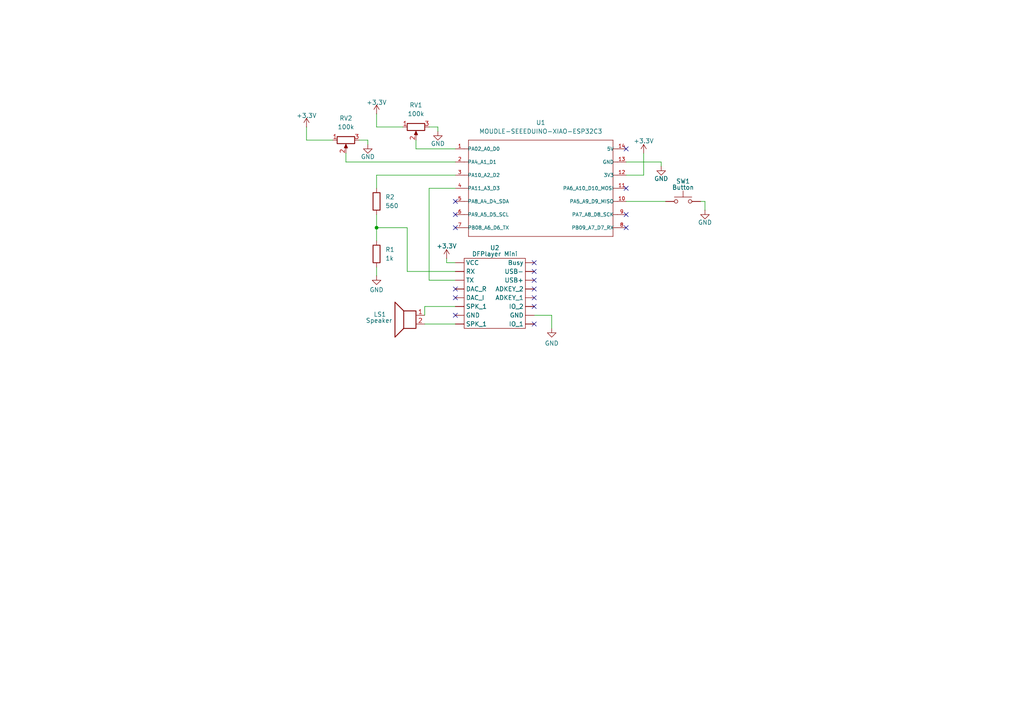
<source format=kicad_sch>
(kicad_sch (version 20231120) (generator "eeschema") (generator_version "8.0")
  (paper "A4")
  (lib_symbols
    (symbol "Device:R" (pin_numbers hide) (pin_names (offset 0))
      (property "Reference" "R" (at 2.032 0 90))
      (property "Value" "R" (at 0 0 90))
      (symbol "R_0_1"
        (rectangle (start -1.016 -2.54) (end 1.016 2.54) (stroke (width 0.254)))
      )
      (symbol "R_1_1"
        (pin passive line (at 0 3.81 270) (length 1.27) (name "~") (number "1"))
        (pin passive line (at 0 -3.81 90) (length 1.27) (name "~") (number "2"))
      )
    )
    (symbol "Device:R_Potentiometer" (pin_names (offset 1.016) hide)
      (property "Reference" "RV" (at -4.445 0 90))
      (property "Value" "R_Potentiometer" (at -2.54 0 90))
      (symbol "R_Potentiometer_0_1"
        (polyline (pts (xy 2.54 0) (xy 1.524 0)))
        (polyline (pts (xy 1.143 0) (xy 2.286 0.508) (xy 2.286 -0.508) (xy 1.143 0)) (fill (type outline)))
        (rectangle (start 1.016 2.54) (end -1.016 -2.54) (stroke (width 0.254)))
      )
      (symbol "R_Potentiometer_1_1"
        (pin passive line (at 0 3.81 270) (length 1.27) (name "1") (number "1"))
        (pin passive line (at 3.81 0 180) (length 1.27) (name "2") (number "2"))
        (pin passive line (at 0 -3.81 90) (length 1.27) (name "3") (number "3"))
      )
    )
    (symbol "Device:Speaker" (pin_names (offset 0) hide)
      (property "Reference" "LS" (at 1.27 5.715 0))
      (property "Value" "Speaker" (at 1.27 3.81 0))
      (symbol "Speaker_0_0"
        (rectangle (start -2.54 1.27) (end 1.016 -3.81) (stroke (width 0.254)))
        (polyline (pts (xy 1.016 1.27) (xy 3.556 3.81) (xy 3.556 -6.35) (xy 1.016 -3.81)) (stroke (width 0.254)))
      )
      (symbol "Speaker_1_1"
        (pin input line (at -5.08 0 0) (length 2.54) (name "1") (number "1"))
        (pin input line (at -5.08 -2.54 0) (length 2.54) (name "2") (number "2"))
      )
    )
    (symbol "Switch:SW_Push" (pin_numbers hide) (pin_names (offset 1.016) hide)
      (property "Reference" "SW" (at 1.27 2.54 0))
      (property "Value" "SW_Push" (at 0 -1.524 0))
      (symbol "SW_Push_0_1"
        (circle (center -2.032 0) (radius 0.508))
        (polyline (pts (xy 0 1.27) (xy 0 3.048)))
        (polyline (pts (xy 2.54 1.27) (xy -2.54 1.27)))
        (circle (center 2.032 0) (radius 0.508))
        (pin passive line (at -5.08 0 0) (length 2.54) (name "1") (number "1"))
        (pin passive line (at 5.08 0 180) (length 2.54) (name "2") (number "2"))
      )
    )
    (symbol "Symbol_Library:DFPlayer_Mini"
      (property "Reference" "U" (at 0 0 0))
      (symbol "DFPlayer_Mini_0_1"
        (rectangle (start -8.89 -1.27) (end 8.89 -21.59))
      )
      (symbol "DFPlayer_Mini_1_1"
        (pin bidirectional line (at 11.43 -12.7 180) (length 2.54) (name "ADKEY_1") (number ""))
        (pin bidirectional line (at 11.43 -10.16 180) (length 2.54) (name "ADKEY_2") (number ""))
        (pin passive line (at 11.43 -2.54 180) (length 2.54) (name "Busy") (number ""))
        (pin bidirectional line (at -11.43 -12.7 0) (length 2.54) (name "DAC_I") (number ""))
        (pin bidirectional line (at -11.43 -10.16 0) (length 2.54) (name "DAC_R") (number ""))
        (pin power_out line (at -11.43 -17.78 0) (length 2.54) (name "GND") (number ""))
        (pin power_out line (at 11.43 -17.78 180) (length 2.54) (name "GND") (number ""))
        (pin bidirectional line (at 11.43 -20.32 180) (length 2.54) (name "IO_1") (number ""))
        (pin bidirectional line (at 11.43 -15.24 180) (length 2.54) (name "IO_2") (number ""))
        (pin bidirectional line (at -11.43 -5.08 0) (length 2.54) (name "RX") (number ""))
        (pin output line (at -11.43 -20.32 0) (length 2.54) (name "SPK_1") (number ""))
        (pin output line (at -11.43 -15.24 0) (length 2.54) (name "SPK_1") (number ""))
        (pin bidirectional line (at -11.43 -7.62 0) (length 2.54) (name "TX") (number ""))
        (pin power_out line (at 11.43 -7.62 180) (length 2.54) (name "USB+") (number ""))
        (pin power_out line (at 11.43 -5.08 180) (length 2.54) (name "USB-") (number ""))
        (pin power_out line (at -11.43 -2.54 0) (length 2.54) (name "VCC") (number ""))
      )
    )
    (symbol "Symbol_Library:MOUDLE-SEEEDUINO-XIAO-ESP32C3" (pin_names (offset 1.016))
      (property "Reference" "U" (at -21.59 15.24 0))
      (property "Value" "MOUDLE-SEEEDUINO-XIAO-ESP32C3" (at -21.59 13.97 0))
      (symbol "MOUDLE-SEEEDUINO-XIAO-ESP32C3_0_0"
        (polyline (pts (xy -21.59 -13.97) (xy -21.59 0)) (stroke (width 0.1524)))
        (polyline (pts (xy -21.59 -11.43) (xy -22.86 -11.43)) (stroke (width 0.1524)))
        (polyline (pts (xy -21.59 -7.62) (xy -22.86 -7.62)) (stroke (width 0.1524)))
        (polyline (pts (xy -21.59 -3.81) (xy -22.86 -3.81)) (stroke (width 0.1524)))
        (polyline (pts (xy -21.59 0) (xy -22.86 0)) (stroke (width 0.1524)))
        (polyline (pts (xy -21.59 0) (xy -21.59 3.81)) (stroke (width 0.1524)))
        (polyline (pts (xy -21.59 3.81) (xy -22.86 3.81)) (stroke (width 0.1524)))
        (polyline (pts (xy -21.59 3.81) (xy -21.59 7.62)) (stroke (width 0.1524)))
        (polyline (pts (xy -21.59 7.62) (xy -22.86 7.62)) (stroke (width 0.1524)))
        (polyline (pts (xy -21.59 7.62) (xy -21.59 11.43)) (stroke (width 0.1524)))
        (polyline (pts (xy -21.59 11.43) (xy -22.86 11.43)) (stroke (width 0.1524)))
        (polyline (pts (xy -21.59 11.43) (xy -21.59 13.97)) (stroke (width 0.1524)))
        (polyline (pts (xy -21.59 13.97) (xy 20.32 13.97)) (stroke (width 0.1524)))
        (polyline (pts (xy 20.32 -13.97) (xy -21.59 -13.97)) (stroke (width 0.1524)))
        (polyline (pts (xy 20.32 3.81) (xy 20.32 -13.97)) (stroke (width 0.1524)))
        (polyline (pts (xy 20.32 7.62) (xy 20.32 3.81)) (stroke (width 0.1524)))
        (polyline (pts (xy 20.32 11.43) (xy 20.32 7.62)) (stroke (width 0.1524)))
        (polyline (pts (xy 20.32 13.97) (xy 20.32 11.43)) (stroke (width 0.1524)))
        (polyline (pts (xy 21.59 -11.43) (xy 20.32 -11.43)) (stroke (width 0.1524)))
        (polyline (pts (xy 21.59 -7.62) (xy 20.32 -7.62)) (stroke (width 0.1524)))
        (polyline (pts (xy 21.59 -3.81) (xy 20.32 -3.81)) (stroke (width 0.1524)))
        (polyline (pts (xy 21.59 0) (xy 20.32 0)) (stroke (width 0.1524)))
        (polyline (pts (xy 21.59 3.81) (xy 20.32 3.81)) (stroke (width 0.1524)))
        (polyline (pts (xy 21.59 7.62) (xy 20.32 7.62)) (stroke (width 0.1524)))
        (polyline (pts (xy 21.59 11.43) (xy 20.32 11.43)) (stroke (width 0.1524)))
        (pin bidirectional line (at -25.4 11.43 0) (length 2.54) (name "PA02_A0_D0") (number "1"))
        (pin bidirectional line (at 24.13 -3.81 180) (length 2.54) (name "PA5_A9_D9_MISO") (number "10"))
        (pin bidirectional line (at 24.13 0 180) (length 2.54) (name "PA6_A10_D10_MOSI") (number "11"))
        (pin bidirectional line (at 24.13 3.81 180) (length 2.54) (name "3V3") (number "12"))
        (pin bidirectional line (at 24.13 7.62 180) (length 2.54) (name "GND") (number "13"))
        (pin bidirectional line (at 24.13 11.43 180) (length 2.54) (name "5V") (number "14"))
        (pin bidirectional line (at -25.4 7.62 0) (length 2.54) (name "PA4_A1_D1") (number "2"))
        (pin bidirectional line (at -25.4 3.81 0) (length 2.54) (name "PA10_A2_D2") (number "3"))
        (pin bidirectional line (at -25.4 0 0) (length 2.54) (name "PA11_A3_D3") (number "4"))
        (pin bidirectional line (at -25.4 -3.81 0) (length 2.54) (name "PA8_A4_D4_SDA") (number "5"))
        (pin bidirectional line (at -25.4 -7.62 0) (length 2.54) (name "PA9_A5_D5_SCL") (number "6"))
        (pin bidirectional line (at -25.4 -11.43 0) (length 2.54) (name "PB08_A6_D6_TX") (number "7"))
        (pin bidirectional line (at 24.13 -11.43 180) (length 2.54) (name "PB09_A7_D7_RX") (number "8"))
        (pin bidirectional line (at 24.13 -7.62 180) (length 2.54) (name "PA7_A8_D8_SCK") (number "9"))
      )
    )
    (symbol "power:+3.3V" (power) (pin_numbers hide) (pin_names (offset 0) hide)
      (property "Value" "+3.3V" (at 0 3.556 0))
      (symbol "+3.3V_0_1"
        (polyline (pts (xy -0.762 1.27) (xy 0 2.54)))
        (polyline (pts (xy 0 0) (xy 0 2.54)))
        (polyline (pts (xy 0 2.54) (xy 0.762 1.27)))
      )
      (symbol "+3.3V_1_1"
        (pin power_in line (at 0 0 90) (length 0) (name "~") (number "1"))
      )
    )
    (symbol "power:GND" (power) (pin_numbers hide) (pin_names (offset 0) hide)
      (property "Value" "GND" (at 0 -3.81 0))
      (symbol "GND_0_1"
        (polyline (pts (xy 0 0) (xy 0 -1.27) (xy 1.27 -1.27) (xy 0 -2.54) (xy -1.27 -1.27) (xy 0 -1.27)))
      )
      (symbol "GND_1_1"
        (pin power_in line (at 0 0 270) (length 0) (name "~") (number "1"))
      )
    )
  )
  (junction (at 109.22 66.04))
  (no_connect (at 181.61 43.18))
  (no_connect (at 154.94 88.9))
  (no_connect (at 181.61 54.61))
  (no_connect (at 181.61 62.23))
  (no_connect (at 132.08 58.42))
  (no_connect (at 154.94 86.36))
  (no_connect (at 181.61 66.04))
  (no_connect (at 132.08 66.04))
  (no_connect (at 154.94 93.98))
  (no_connect (at 132.08 83.82))
  (no_connect (at 132.08 86.36))
  (no_connect (at 154.94 76.2))
  (no_connect (at 154.94 78.74))
  (no_connect (at 154.94 81.28))
  (no_connect (at 132.08 62.23))
  (no_connect (at 154.94 83.82))
  (no_connect (at 132.08 91.44))
  (wire (pts (xy 100.33 44.45) (xy 100.33 46.99)))
  (wire (pts (xy 124.46 81.28) (xy 132.08 81.28)))
  (wire (pts (xy 88.9 36.83) (xy 88.9 40.64)))
  (wire (pts (xy 127 36.83) (xy 124.46 36.83)))
  (wire (pts (xy 120.65 40.64) (xy 120.65 43.18)))
  (wire (pts (xy 109.22 36.83) (xy 116.84 36.83)))
  (wire (pts (xy 181.61 50.8) (xy 186.69 50.8)))
  (wire (pts (xy 129.54 76.2) (xy 129.54 74.93)))
  (wire (pts (xy 123.19 91.44) (xy 123.19 88.9)))
  (wire (pts (xy 109.22 66.04) (xy 109.22 69.85)))
  (wire (pts (xy 132.08 93.98) (xy 123.19 93.98)))
  (wire (pts (xy 132.08 54.61) (xy 124.46 54.61)))
  (wire (pts (xy 118.11 66.04) (xy 109.22 66.04)))
  (wire (pts (xy 109.22 62.23) (xy 109.22 66.04)))
  (wire (pts (xy 123.19 88.9) (xy 132.08 88.9)))
  (wire (pts (xy 203.2 58.42) (xy 204.47 58.42)))
  (wire (pts (xy 160.02 91.44) (xy 160.02 95.25)))
  (wire (pts (xy 191.77 46.99) (xy 191.77 48.26)))
  (wire (pts (xy 109.22 50.8) (xy 109.22 54.61)))
  (wire (pts (xy 100.33 46.99) (xy 132.08 46.99)))
  (wire (pts (xy 204.47 58.42) (xy 204.47 60.96)))
  (wire (pts (xy 120.65 43.18) (xy 132.08 43.18)))
  (wire (pts (xy 88.9 40.64) (xy 96.52 40.64)))
  (wire (pts (xy 181.61 58.42) (xy 193.04 58.42)))
  (wire (pts (xy 132.08 76.2) (xy 129.54 76.2)))
  (wire (pts (xy 106.68 40.64) (xy 104.14 40.64)))
  (wire (pts (xy 118.11 78.74) (xy 118.11 66.04)))
  (wire (pts (xy 124.46 54.61) (xy 124.46 81.28)))
  (wire (pts (xy 186.69 50.8) (xy 186.69 44.45)))
  (wire (pts (xy 154.94 91.44) (xy 160.02 91.44)))
  (wire (pts (xy 132.08 78.74) (xy 118.11 78.74)))
  (wire (pts (xy 109.22 33.02) (xy 109.22 36.83)))
  (wire (pts (xy 181.61 46.99) (xy 191.77 46.99)))
  (wire (pts (xy 106.68 40.64) (xy 106.68 41.91)))
  (wire (pts (xy 132.08 50.8) (xy 109.22 50.8)))
  (wire (pts (xy 127 36.83) (xy 127 38.1)))
  (wire (pts (xy 109.22 77.47) (xy 109.22 80.01)))
  (symbol (lib_id "power:GND") (at 127 38.1 0) (unit 1)
    (property "Reference" "#PWR07" (effects (hide yes)))
    (property "Value" "GND" (at 127 41.656 0))
    (property "Description" "Power symbol creates a global label with name \"GND\" , ground" (effects (hide yes)))
  )
  (symbol (lib_id "Device:R_Potentiometer") (at 100.33 40.64 90) (mirror x) (unit 1)
    (property "Reference" "RV2" (at 100.33 34.29 90))
    (property "Value" "100k" (at 100.33 36.83 90))
    (property "Description" "Potentiometer" (effects (hide yes)))
  )
  (symbol (lib_id "Device:R_Potentiometer") (at 120.65 36.83 90) (mirror x) (unit 1)
    (property "Reference" "RV1" (at 120.65 30.48 90))
    (property "Value" "100k" (at 120.65 33.02 90))
    (property "Description" "Potentiometer" (effects (hide yes)))
  )
  (symbol (lib_id "power:GND") (at 109.22 80.01 0) (unit 1)
    (property "Reference" "#PWR03" (effects (hide yes)))
    (property "Value" "GND" (at 109.22 84.074 0))
    (property "Description" "Power symbol creates a global label with name \"GND\" , ground" (effects (hide yes)))
  )
  (symbol (lib_id "power:+3.3V") (at 129.54 74.93 0) (unit 1)
    (property "Reference" "#PWR06" (effects (hide yes)))
    (property "Value" "+3.3V" (at 129.54 71.374 0))
    (property "Description" "Power symbol creates a global label with name \"+3.3V\"" (effects (hide yes)))
  )
  (symbol (lib_id "Device:R") (at 109.22 73.66 0) (unit 1)
    (property "Reference" "R1" (at 111.76 72.3899 0) (effects (justify left)))
    (property "Value" "1k" (at 111.76 74.9299 0) (effects (justify left)))
    (property "Description" "Resistor" (effects (hide yes)))
  )
  (symbol (lib_id "power:GND") (at 204.47 60.96 0) (unit 1)
    (property "Reference" "#PWR010" (effects (hide yes)))
    (property "Value" "GND" (at 204.47 64.516 0))
    (property "Description" "Power symbol creates a global label with name \"GND\" , ground" (effects (hide yes)))
  )
  (symbol (lib_id "Device:Speaker") (at 118.11 91.44 0) (mirror y) (unit 1)
    (property "Reference" "LS1" (at 112.014 91.186 0) (effects (justify left)))
    (property "Value" "Speaker" (at 113.792 92.964 0) (effects (justify left)))
    (property "Description" "Speaker" (effects (hide yes)))
  )
  (symbol (lib_id "power:GND") (at 106.68 41.91 0) (unit 1)
    (property "Reference" "#PWR09" (effects (hide yes)))
    (property "Value" "GND" (at 106.68 45.466 0))
    (property "Description" "Power symbol creates a global label with name \"GND\" , ground" (effects (hide yes)))
  )
  (symbol (lib_id "Symbol_Library:DFPlayer_Mini") (at 143.51 73.66 0) (unit 1)
    (property "Reference" "U2" (at 143.51 71.882 0))
    (property "Value" "DFPlayer Mini" (at 143.51 73.66 0))
  )
  (symbol (lib_id "power:GND") (at 160.02 95.25 0) (unit 1)
    (property "Reference" "#PWR02" (effects (hide yes)))
    (property "Value" "GND" (at 160.02 99.568 0))
    (property "Description" "Power symbol creates a global label with name \"GND\" , ground" (effects (hide yes)))
  )
  (symbol (lib_id "power:+3.3V") (at 186.69 44.45 0) (unit 1)
    (property "Reference" "#PWR04" (effects (hide yes)))
    (property "Value" "+3.3V" (at 186.69 40.894 0))
    (property "Description" "Power symbol creates a global label with name \"+3.3V\"" (effects (hide yes)))
  )
  (symbol (lib_id "power:+3.3V") (at 109.22 33.02 0) (unit 1)
    (property "Reference" "#PWR01" (effects (hide yes)))
    (property "Value" "+3.3V" (at 109.22 29.718 0))
    (property "Description" "Power symbol creates a global label with name \"+3.3V\"" (effects (hide yes)))
  )
  (symbol (lib_id "Device:R") (at 109.22 58.42 0) (unit 1)
    (property "Reference" "R2" (at 111.76 57.1499 0) (effects (justify left)))
    (property "Value" "560" (at 111.76 59.6899 0) (effects (justify left)))
    (property "Description" "Resistor" (effects (hide yes)))
  )
  (symbol (lib_id "power:GND") (at 191.77 48.26 0) (unit 1)
    (property "Reference" "#PWR05" (effects (hide yes)))
    (property "Value" "GND" (at 191.77 51.816 0))
    (property "Description" "Power symbol creates a global label with name \"GND\" , ground" (effects (hide yes)))
  )
  (symbol (lib_id "power:+3.3V") (at 88.9 36.83 0) (unit 1)
    (property "Reference" "#PWR08" (effects (hide yes)))
    (property "Value" "+3.3V" (at 88.9 33.528 0))
    (property "Description" "Power symbol creates a global label with name \"+3.3V\"" (effects (hide yes)))
  )
  (symbol (lib_id "Symbol_Library:MOUDLE-SEEEDUINO-XIAO-ESP32C3") (at 157.48 54.61 0) (unit 1)
    (property "Reference" "U1" (at 156.845 35.56 0))
    (property "Value" "MOUDLE-SEEEDUINO-XIAO-ESP32C3" (at 156.845 38.1 0))
    (property "Footprint" "MOUDLE14P-SMD-2.54-21X17.8MM" (effects (hide yes)))
  )
  (symbol (lib_id "Switch:SW_Push") (at 198.12 58.42 0) (unit 1)
    (property "Reference" "SW1" (at 198.12 52.578 0))
    (property "Value" "Button" (at 198.12 54.356 0))
    (property "Description" "Push button switch, generic, two pins" (effects (hide yes)))
  )
)
</source>
